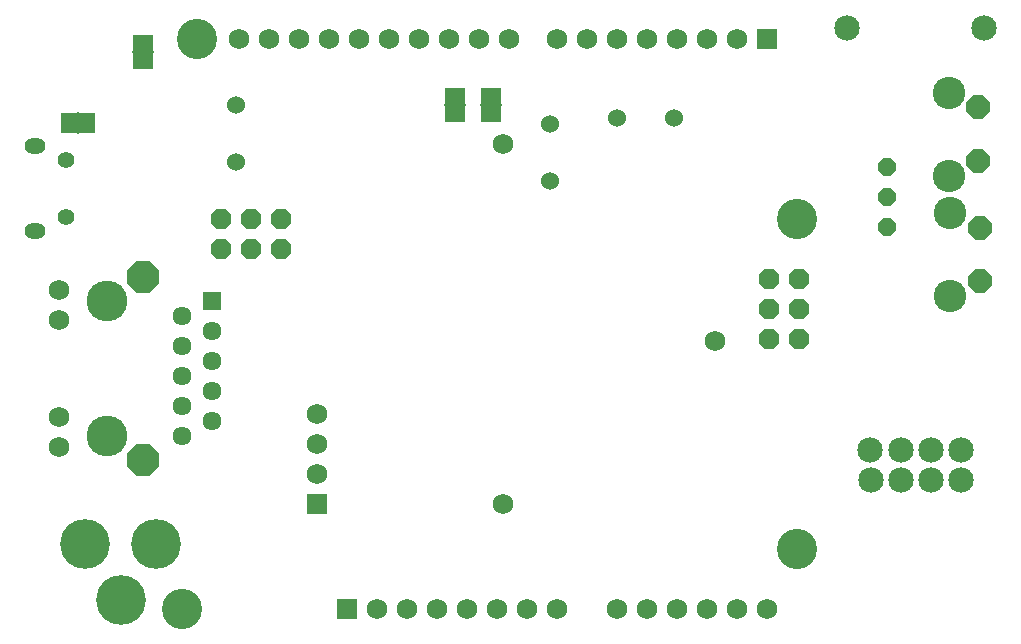
<source format=gbs>
G75*
G70*
%OFA0B0*%
%FSLAX24Y24*%
%IPPOS*%
%LPD*%
%AMOC8*
5,1,8,0,0,1.08239X$1,22.5*
%
%ADD10C,0.1340*%
%ADD11C,0.0680*%
%ADD12R,0.0680X0.0680*%
%ADD13R,0.0634X0.0634*%
%ADD14C,0.0634*%
%ADD15OC8,0.1043*%
%ADD16C,0.1360*%
%ADD17C,0.1660*%
%ADD18C,0.0600*%
%ADD19R,0.0710X0.0540*%
%ADD20R,0.0720X0.0060*%
%ADD21R,0.0540X0.0710*%
%ADD22R,0.0060X0.0720*%
%ADD23OC8,0.0680*%
%ADD24C,0.0556*%
%ADD25C,0.0848*%
%ADD26OC8,0.0600*%
%ADD27OC8,0.0780*%
%ADD28C,0.1080*%
D10*
X006940Y001550D03*
X027440Y003550D03*
X027440Y014550D03*
X007440Y020550D03*
D11*
X008840Y020550D03*
X009840Y020550D03*
X010840Y020550D03*
X011840Y020550D03*
X012840Y020550D03*
X013840Y020550D03*
X014840Y020550D03*
X015840Y020550D03*
X016840Y020550D03*
X017840Y020550D03*
X019440Y020550D03*
X020440Y020550D03*
X021440Y020550D03*
X022440Y020550D03*
X023440Y020550D03*
X024440Y020550D03*
X025440Y020550D03*
X017640Y017050D03*
X024715Y010475D03*
X017640Y005050D03*
X011440Y006050D03*
X011440Y007050D03*
X011440Y008050D03*
X002834Y007942D03*
X002834Y006942D03*
X002834Y011158D03*
X002834Y012158D03*
X013440Y001550D03*
X014440Y001550D03*
X015440Y001550D03*
X016440Y001550D03*
X017440Y001550D03*
X018440Y001550D03*
X019440Y001550D03*
X021440Y001550D03*
X022440Y001550D03*
X023440Y001550D03*
X024440Y001550D03*
X025440Y001550D03*
X026440Y001550D03*
D12*
X012440Y001550D03*
X011440Y005050D03*
X026440Y020550D03*
D13*
X007940Y011800D03*
D14*
X006940Y011300D03*
X007940Y010800D03*
X006940Y010300D03*
X007940Y009800D03*
X006940Y009300D03*
X007940Y008800D03*
X006940Y008300D03*
X007940Y007800D03*
X006940Y007300D03*
D15*
X005641Y006501D03*
X005641Y012599D03*
D16*
X004440Y011800D03*
X004440Y007300D03*
D17*
X004903Y001850D03*
X006084Y003700D03*
X003721Y003700D03*
D18*
X019190Y015800D03*
X019190Y017700D03*
X021440Y017900D03*
X023340Y017900D03*
X008740Y018350D03*
X008740Y016450D03*
D19*
X005640Y019816D03*
X005640Y020416D03*
X016040Y018650D03*
X016040Y018050D03*
X017240Y018050D03*
X017240Y018650D03*
D20*
X017240Y018350D03*
X016040Y018350D03*
X005640Y020116D03*
D21*
X003784Y017737D03*
X003184Y017737D03*
D22*
X003484Y017737D03*
D23*
X008240Y014550D03*
X009240Y014550D03*
X010240Y014550D03*
X010240Y013550D03*
X009240Y013550D03*
X008240Y013550D03*
X026495Y012530D03*
X027495Y012530D03*
X027495Y011530D03*
X026495Y011530D03*
X026495Y010530D03*
X027495Y010530D03*
D24*
X003083Y014595D03*
X002119Y014123D03*
X001961Y014123D03*
X003083Y016505D03*
X002119Y016977D03*
X001961Y016977D03*
D25*
X029100Y020898D03*
X033668Y020895D03*
X032908Y006838D03*
X031898Y006840D03*
X030893Y006838D03*
X029888Y006840D03*
X029890Y005850D03*
X030895Y005848D03*
X031900Y005850D03*
X032910Y005848D03*
D26*
X030428Y014275D03*
X030428Y015275D03*
X030428Y016275D03*
D27*
X033480Y016473D03*
X033480Y018253D03*
X033530Y014240D03*
X033530Y012460D03*
D28*
X032550Y011970D03*
X032550Y014730D03*
X032500Y015983D03*
X032500Y018743D03*
M02*

</source>
